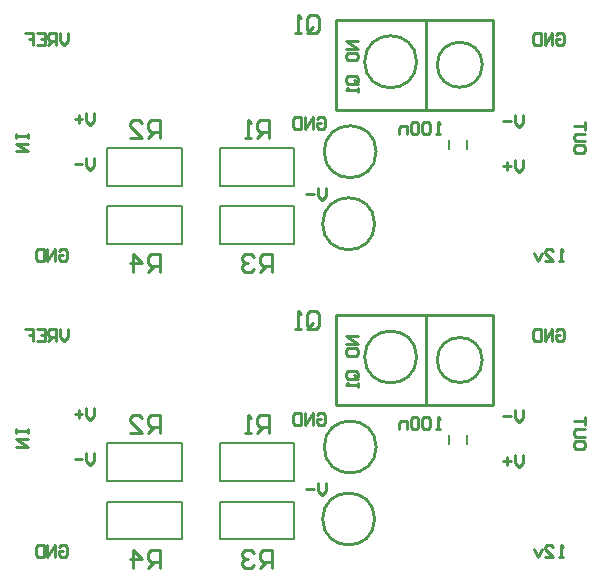
<source format=gbo>
%FSLAX44Y44*%
%MOMM*%
G71*
G01*
G75*
G04 Layer_Color=32896*
%ADD10R,1.7000X1.2500*%
%ADD11O,0.7000X2.5000*%
%ADD12C,1.5000*%
%ADD13C,0.5000*%
%ADD14C,7.2200*%
%ADD15R,1.2000X1.2000*%
%ADD16C,1.2000*%
%ADD17R,2.5000X2.5000*%
%ADD18C,2.5000*%
%ADD19C,1.2700*%
%ADD20R,1.2500X1.7000*%
%ADD21R,1.7000X1.1000*%
%ADD22R,2.0320X1.7780*%
%ADD23R,4.8440X7.6200*%
%ADD24C,0.2000*%
%ADD25C,0.2500*%
%ADD26C,0.2540*%
%ADD27R,1.9032X1.4532*%
%ADD28O,0.9032X2.7032*%
%ADD29R,1.4032X1.4032*%
%ADD30C,1.4032*%
%ADD31R,2.7032X2.7032*%
%ADD32C,2.7032*%
%ADD33C,1.4732*%
%ADD34R,1.4532X1.9032*%
%ADD35R,1.9032X1.3032*%
%ADD36R,2.2352X1.9812*%
%ADD37R,5.0472X7.8232*%
D24*
X244860Y89410D02*
Y105410D01*
X181860Y89410D02*
X244860D01*
X181860D02*
Y121410D01*
X244860D01*
Y105410D02*
Y121410D01*
X149610Y89410D02*
Y105410D01*
X86610Y89410D02*
X149610D01*
X86610D02*
Y121410D01*
X149610D01*
Y105410D02*
Y121410D01*
X244860Y39880D02*
Y55880D01*
X181860Y39880D02*
X244860D01*
X181860D02*
Y71880D01*
X244860D01*
Y55880D02*
Y71880D01*
X149610Y39880D02*
Y55880D01*
X86610Y39880D02*
X149610D01*
X86610D02*
Y71880D01*
X149610D01*
Y55880D02*
Y71880D01*
X391040Y120460D02*
Y128460D01*
X376040Y120460D02*
Y128460D01*
X244860Y339410D02*
Y355410D01*
X181860Y339410D02*
X244860D01*
X181860D02*
Y371410D01*
X244860D01*
Y355410D02*
Y371410D01*
X149610Y339410D02*
Y355410D01*
X86610Y339410D02*
X149610D01*
X86610D02*
Y371410D01*
X149610D01*
Y355410D02*
Y371410D01*
X244860Y289880D02*
Y305880D01*
X181860Y289880D02*
X244860D01*
X181860D02*
Y321880D01*
X244860D01*
Y305880D02*
Y321880D01*
X149610Y289880D02*
Y305880D01*
X86610Y289880D02*
X149610D01*
X86610D02*
Y321880D01*
X149610D01*
Y305880D02*
Y321880D01*
X391040Y370460D02*
Y378460D01*
X376040Y370460D02*
Y378460D01*
D26*
X314100Y118110D02*
G03*
X314100Y118110I-22000J0D01*
G01*
X348390Y194310D02*
G03*
X348390Y194310I-22000J0D01*
G01*
X312830Y57150D02*
G03*
X312830Y57150I-22000J0D01*
G01*
X403970Y191770D02*
G03*
X403970Y191770I-19050J0D01*
G01*
X280360Y153770D02*
Y229870D01*
X356360Y153670D02*
Y229870D01*
X350360Y153670D02*
X356360D01*
X412860D02*
Y229870D01*
X280360D02*
X412860D01*
X280360Y153670D02*
X412860D01*
Y193370D01*
X263846Y145491D02*
X265512Y147157D01*
X268844D01*
X270510Y145491D01*
Y138826D01*
X268844Y137160D01*
X265512D01*
X263846Y138826D01*
Y142158D01*
X267178D01*
X260513Y137160D02*
Y147157D01*
X253849Y137160D01*
Y147157D01*
X250516D02*
Y137160D01*
X245518D01*
X243852Y138826D01*
Y145491D01*
X245518Y147157D01*
X250516D01*
X271780Y87467D02*
Y80802D01*
X268448Y77470D01*
X265116Y80802D01*
Y87467D01*
X261783Y82468D02*
X255119D01*
X130810Y16002D02*
Y31237D01*
X123193D01*
X120653Y28698D01*
Y23619D01*
X123193Y21080D01*
X130810D01*
X125732D02*
X120653Y16002D01*
X107957D02*
Y31237D01*
X115575Y23619D01*
X105418D01*
X226060Y16002D02*
Y31237D01*
X218442D01*
X215903Y28698D01*
Y23619D01*
X218442Y21080D01*
X226060D01*
X220982D02*
X215903Y16002D01*
X210825Y28698D02*
X208286Y31237D01*
X203207D01*
X200668Y28698D01*
Y26159D01*
X203207Y23619D01*
X205747D01*
X203207D01*
X200668Y21080D01*
Y18541D01*
X203207Y16002D01*
X208286D01*
X210825Y18541D01*
X130810Y130048D02*
Y145283D01*
X123193D01*
X120653Y142744D01*
Y137666D01*
X123193Y135126D01*
X130810D01*
X125732D02*
X120653Y130048D01*
X105418D02*
X115575D01*
X105418Y140205D01*
Y142744D01*
X107957Y145283D01*
X113036D01*
X115575Y142744D01*
X223520Y130048D02*
Y145283D01*
X215903D01*
X213363Y142744D01*
Y137666D01*
X215903Y135126D01*
X223520D01*
X218442D02*
X213363Y130048D01*
X208285D02*
X203207D01*
X205746D01*
Y145283D01*
X208285Y142744D01*
X368300Y133350D02*
X364968D01*
X366634D01*
Y143347D01*
X368300Y141681D01*
X359969D02*
X358303Y143347D01*
X354971D01*
X353305Y141681D01*
Y135016D01*
X354971Y133350D01*
X358303D01*
X359969Y135016D01*
Y141681D01*
X349973D02*
X348306Y143347D01*
X344974D01*
X343308Y141681D01*
Y135016D01*
X344974Y133350D01*
X348306D01*
X349973Y135016D01*
Y141681D01*
X339976Y133350D02*
Y140014D01*
X334977D01*
X333311Y138348D01*
Y133350D01*
X298450Y212090D02*
X288453D01*
X298450Y205425D01*
X288453D01*
Y197095D02*
Y200427D01*
X290119Y202093D01*
X296784D01*
X298450Y200427D01*
Y197095D01*
X296784Y195429D01*
X290119D01*
X288453Y197095D01*
X296784Y175435D02*
X290119D01*
X288453Y177101D01*
Y180434D01*
X290119Y182100D01*
X296784D01*
X298450Y180434D01*
Y177101D01*
X295118Y178767D02*
X298450Y175435D01*
Y177101D02*
X296784Y175435D01*
X298450Y172103D02*
Y168771D01*
Y170437D01*
X288453D01*
X290119Y172103D01*
X255273Y220979D02*
Y231136D01*
X257812Y233675D01*
X262891D01*
X265430Y231136D01*
Y220979D01*
X262891Y218440D01*
X257812D01*
X260352Y223518D02*
X255273Y218440D01*
X257812D02*
X255273Y220979D01*
X250195Y218440D02*
X245117D01*
X247656D01*
Y233675D01*
X250195Y231136D01*
X491327Y121838D02*
Y118506D01*
X489661Y116840D01*
X482996D01*
X481330Y118506D01*
Y121838D01*
X482996Y123504D01*
X489661D01*
X491327Y121838D01*
Y126837D02*
X482996D01*
X481330Y128503D01*
Y131835D01*
X482996Y133501D01*
X491327D01*
Y136834D02*
Y143498D01*
Y140166D01*
X481330D01*
X438150Y149048D02*
Y142384D01*
X434818Y139052D01*
X431485Y142384D01*
Y149048D01*
X428153Y144050D02*
X421489D01*
X438150Y110948D02*
Y104284D01*
X434818Y100952D01*
X431485Y104284D01*
Y110948D01*
X428153Y105950D02*
X421489D01*
X424821Y109282D02*
Y102618D01*
X472496Y25400D02*
X469164D01*
X470830D01*
Y35397D01*
X472496Y33731D01*
X457501Y25400D02*
X464165D01*
X457501Y32064D01*
Y33731D01*
X459167Y35397D01*
X462499D01*
X464165Y33731D01*
X454169Y32064D02*
X450836Y25400D01*
X447504Y32064D01*
X45831Y33731D02*
X47498Y35397D01*
X50830D01*
X52496Y33731D01*
Y27066D01*
X50830Y25400D01*
X47498D01*
X45831Y27066D01*
Y30398D01*
X49164D01*
X42499Y25400D02*
Y35397D01*
X35835Y25400D01*
Y35397D01*
X32502D02*
Y25400D01*
X27504D01*
X25838Y27066D01*
Y33731D01*
X27504Y35397D01*
X32502D01*
X75489Y112867D02*
Y106202D01*
X72157Y102870D01*
X68825Y106202D01*
Y112867D01*
X65493Y107868D02*
X58828D01*
X75489Y150967D02*
Y144302D01*
X72157Y140970D01*
X68825Y144302D01*
Y150967D01*
X65493Y145968D02*
X58828D01*
X62160Y149301D02*
Y142636D01*
X53329Y218277D02*
Y211612D01*
X49997Y208280D01*
X46665Y211612D01*
Y218277D01*
X43332Y208280D02*
Y218277D01*
X38334D01*
X36668Y216611D01*
Y213278D01*
X38334Y211612D01*
X43332D01*
X40000D02*
X36668Y208280D01*
X26671Y218277D02*
X33335D01*
Y208280D01*
X26671D01*
X33335Y213278D02*
X30003D01*
X16674Y218277D02*
X23339D01*
Y213278D01*
X20006D01*
X23339D01*
Y208280D01*
X466665Y216611D02*
X468331Y218277D01*
X471663D01*
X473329Y216611D01*
Y209946D01*
X471663Y208280D01*
X468331D01*
X466665Y209946D01*
Y213278D01*
X469997D01*
X463332Y208280D02*
Y218277D01*
X456668Y208280D01*
Y218277D01*
X453335D02*
Y208280D01*
X448337D01*
X446671Y209946D01*
Y216611D01*
X448337Y218277D01*
X453335D01*
X9053Y133350D02*
Y130018D01*
Y131684D01*
X19050D01*
Y133350D01*
Y130018D01*
Y125019D02*
X9053D01*
X19050Y118355D01*
X9053D01*
X314100Y368110D02*
G03*
X314100Y368110I-22000J0D01*
G01*
X348390Y444310D02*
G03*
X348390Y444310I-22000J0D01*
G01*
X312830Y307150D02*
G03*
X312830Y307150I-22000J0D01*
G01*
X403970Y441770D02*
G03*
X403970Y441770I-19050J0D01*
G01*
X280360Y403770D02*
Y479870D01*
X356360Y403670D02*
Y479870D01*
X350360Y403670D02*
X356360D01*
X412860D02*
Y479870D01*
X280360D02*
X412860D01*
X280360Y403670D02*
X412860D01*
Y443370D01*
X263846Y395491D02*
X265512Y397157D01*
X268844D01*
X270510Y395491D01*
Y388826D01*
X268844Y387160D01*
X265512D01*
X263846Y388826D01*
Y392158D01*
X267178D01*
X260513Y387160D02*
Y397157D01*
X253849Y387160D01*
Y397157D01*
X250516D02*
Y387160D01*
X245518D01*
X243852Y388826D01*
Y395491D01*
X245518Y397157D01*
X250516D01*
X271780Y337467D02*
Y330802D01*
X268448Y327470D01*
X265116Y330802D01*
Y337467D01*
X261783Y332468D02*
X255119D01*
X130810Y266002D02*
Y281237D01*
X123193D01*
X120653Y278698D01*
Y273619D01*
X123193Y271080D01*
X130810D01*
X125732D02*
X120653Y266002D01*
X107957D02*
Y281237D01*
X115575Y273619D01*
X105418D01*
X226060Y266002D02*
Y281237D01*
X218442D01*
X215903Y278698D01*
Y273619D01*
X218442Y271080D01*
X226060D01*
X220982D02*
X215903Y266002D01*
X210825Y278698D02*
X208286Y281237D01*
X203207D01*
X200668Y278698D01*
Y276159D01*
X203207Y273619D01*
X205747D01*
X203207D01*
X200668Y271080D01*
Y268541D01*
X203207Y266002D01*
X208286D01*
X210825Y268541D01*
X130810Y380048D02*
Y395283D01*
X123193D01*
X120653Y392744D01*
Y387665D01*
X123193Y385126D01*
X130810D01*
X125732D02*
X120653Y380048D01*
X105418D02*
X115575D01*
X105418Y390205D01*
Y392744D01*
X107957Y395283D01*
X113036D01*
X115575Y392744D01*
X223520Y380048D02*
Y395283D01*
X215903D01*
X213363Y392744D01*
Y387665D01*
X215903Y385126D01*
X223520D01*
X218442D02*
X213363Y380048D01*
X208285D02*
X203207D01*
X205746D01*
Y395283D01*
X208285Y392744D01*
X368300Y383350D02*
X364968D01*
X366634D01*
Y393347D01*
X368300Y391681D01*
X359969D02*
X358303Y393347D01*
X354971D01*
X353305Y391681D01*
Y385016D01*
X354971Y383350D01*
X358303D01*
X359969Y385016D01*
Y391681D01*
X349973D02*
X348306Y393347D01*
X344974D01*
X343308Y391681D01*
Y385016D01*
X344974Y383350D01*
X348306D01*
X349973Y385016D01*
Y391681D01*
X339976Y383350D02*
Y390014D01*
X334977D01*
X333311Y388348D01*
Y383350D01*
X298450Y462090D02*
X288453D01*
X298450Y455425D01*
X288453D01*
Y447095D02*
Y450427D01*
X290119Y452093D01*
X296784D01*
X298450Y450427D01*
Y447095D01*
X296784Y445429D01*
X290119D01*
X288453Y447095D01*
X296784Y425435D02*
X290119D01*
X288453Y427101D01*
Y430434D01*
X290119Y432100D01*
X296784D01*
X298450Y430434D01*
Y427101D01*
X295118Y428767D02*
X298450Y425435D01*
Y427101D02*
X296784Y425435D01*
X298450Y422103D02*
Y418771D01*
Y420437D01*
X288453D01*
X290119Y422103D01*
X255273Y470979D02*
Y481136D01*
X257812Y483675D01*
X262891D01*
X265430Y481136D01*
Y470979D01*
X262891Y468440D01*
X257812D01*
X260352Y473518D02*
X255273Y468440D01*
X257812D02*
X255273Y470979D01*
X250195Y468440D02*
X245117D01*
X247656D01*
Y483675D01*
X250195Y481136D01*
X491327Y371838D02*
Y368506D01*
X489661Y366840D01*
X482996D01*
X481330Y368506D01*
Y371838D01*
X482996Y373504D01*
X489661D01*
X491327Y371838D01*
Y376837D02*
X482996D01*
X481330Y378503D01*
Y381835D01*
X482996Y383501D01*
X491327D01*
Y386834D02*
Y393498D01*
Y390166D01*
X481330D01*
X438150Y399048D02*
Y392384D01*
X434818Y389052D01*
X431485Y392384D01*
Y399048D01*
X428153Y394050D02*
X421489D01*
X438150Y360948D02*
Y354284D01*
X434818Y350952D01*
X431485Y354284D01*
Y360948D01*
X428153Y355950D02*
X421489D01*
X424821Y359282D02*
Y352618D01*
X472496Y275400D02*
X469164D01*
X470830D01*
Y285397D01*
X472496Y283731D01*
X457501Y275400D02*
X464165D01*
X457501Y282064D01*
Y283731D01*
X459167Y285397D01*
X462499D01*
X464165Y283731D01*
X454169Y282064D02*
X450836Y275400D01*
X447504Y282064D01*
X45831Y283731D02*
X47498Y285397D01*
X50830D01*
X52496Y283731D01*
Y277066D01*
X50830Y275400D01*
X47498D01*
X45831Y277066D01*
Y280398D01*
X49164D01*
X42499Y275400D02*
Y285397D01*
X35835Y275400D01*
Y285397D01*
X32502D02*
Y275400D01*
X27504D01*
X25838Y277066D01*
Y283731D01*
X27504Y285397D01*
X32502D01*
X75489Y362867D02*
Y356202D01*
X72157Y352870D01*
X68825Y356202D01*
Y362867D01*
X65493Y357868D02*
X58828D01*
X75489Y400967D02*
Y394302D01*
X72157Y390970D01*
X68825Y394302D01*
Y400967D01*
X65493Y395968D02*
X58828D01*
X62160Y399301D02*
Y392636D01*
X53329Y468277D02*
Y461612D01*
X49997Y458280D01*
X46665Y461612D01*
Y468277D01*
X43332Y458280D02*
Y468277D01*
X38334D01*
X36668Y466611D01*
Y463278D01*
X38334Y461612D01*
X43332D01*
X40000D02*
X36668Y458280D01*
X26671Y468277D02*
X33335D01*
Y458280D01*
X26671D01*
X33335Y463278D02*
X30003D01*
X16674Y468277D02*
X23339D01*
Y463278D01*
X20006D01*
X23339D01*
Y458280D01*
X466665Y466611D02*
X468331Y468277D01*
X471663D01*
X473329Y466611D01*
Y459946D01*
X471663Y458280D01*
X468331D01*
X466665Y459946D01*
Y463278D01*
X469997D01*
X463332Y458280D02*
Y468277D01*
X456668Y458280D01*
Y468277D01*
X453335D02*
Y458280D01*
X448337D01*
X446671Y459946D01*
Y466611D01*
X448337Y468277D01*
X453335D01*
X9053Y383350D02*
Y380018D01*
Y381684D01*
X19050D01*
Y383350D01*
Y380018D01*
Y375019D02*
X9053D01*
X19050Y368355D01*
X9053D01*
M02*

</source>
